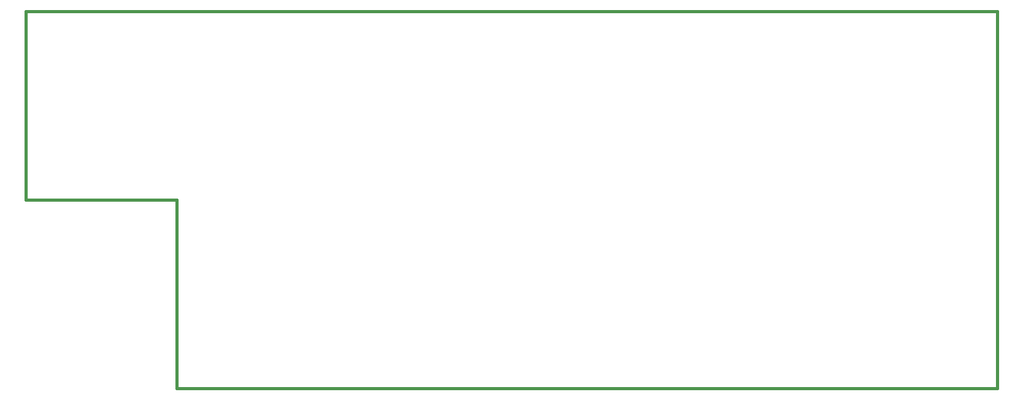
<source format=gbr>
G04 #@! TF.FileFunction,Profile,NP*
%FSLAX46Y46*%
G04 Gerber Fmt 4.6, Leading zero omitted, Abs format (unit mm)*
G04 Created by KiCad (PCBNEW 4.0.5+dfsg1-4+deb9u1) date Sun Sep  4 20:05:12 2022*
%MOMM*%
%LPD*%
G01*
G04 APERTURE LIST*
%ADD10C,0.100000*%
%ADD11C,0.381000*%
G04 APERTURE END LIST*
D10*
D11*
X217170000Y-125730000D02*
X217170000Y-74930000D01*
X106680000Y-125730000D02*
X217170000Y-125730000D01*
X106680000Y-100330000D02*
X106680000Y-125730000D01*
X86360000Y-100330000D02*
X106680000Y-100330000D01*
X86360000Y-74930000D02*
X86360000Y-100330000D01*
X132080000Y-74930000D02*
X217170000Y-74930000D01*
X86360000Y-74930000D02*
X132080000Y-74930000D01*
M02*

</source>
